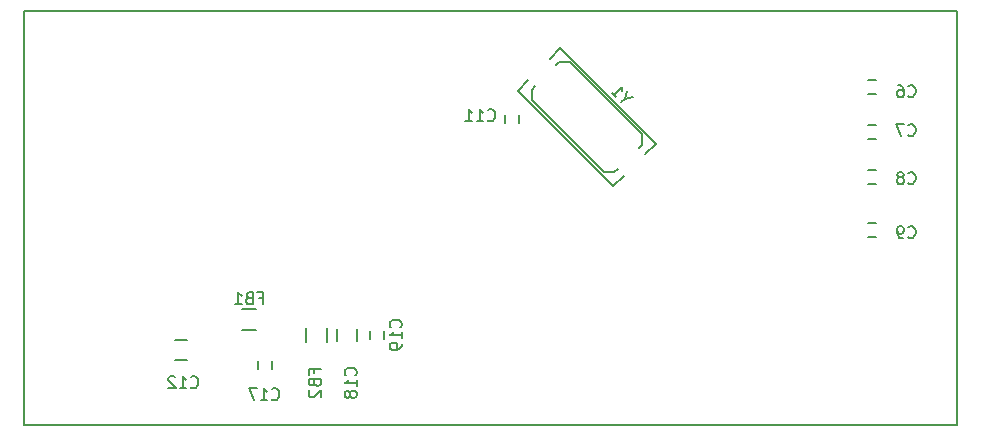
<source format=gbr>
G04 #@! TF.FileFunction,Legend,Bot*
%FSLAX46Y46*%
G04 Gerber Fmt 4.6, Leading zero omitted, Abs format (unit mm)*
G04 Created by KiCad (PCBNEW 4.0.0-rc1-stable) date 01.11.2015 14:42:16*
%MOMM*%
G01*
G04 APERTURE LIST*
%ADD10C,0.100000*%
%ADD11C,0.150000*%
G04 APERTURE END LIST*
D10*
D11*
X137420000Y-107950000D02*
X58420000Y-107950000D01*
X137420000Y-72950000D02*
X137420000Y-107950000D01*
X58420000Y-72950000D02*
X137420000Y-72950000D01*
X58420000Y-107950000D02*
X58420000Y-72950000D01*
X78070000Y-98185000D02*
X76870000Y-98185000D01*
X76870000Y-99935000D02*
X78070000Y-99935000D01*
X82310000Y-99730000D02*
X82310000Y-100930000D01*
X84060000Y-100930000D02*
X84060000Y-99730000D01*
X110714733Y-84249867D02*
X110445325Y-84519274D01*
X108379867Y-86584733D02*
X108649274Y-86315325D01*
X101375267Y-79580133D02*
X101644675Y-79310726D01*
X103710133Y-77245267D02*
X103440726Y-77514675D01*
X103799936Y-76077834D02*
X102901910Y-76975859D01*
X100207834Y-79669936D02*
X101105859Y-78771910D01*
X108290064Y-87752166D02*
X109188090Y-86854141D01*
X111882166Y-84160064D02*
X110984141Y-85058090D01*
X108379867Y-86584733D02*
X107481841Y-86584733D01*
X107481841Y-86584733D02*
X101375267Y-80478159D01*
X101375267Y-80478159D02*
X101375267Y-79580133D01*
X103710133Y-77245267D02*
X104608159Y-77245267D01*
X104608159Y-77245267D02*
X110714733Y-83351841D01*
X110714733Y-83351841D02*
X110714733Y-84249867D01*
X100207834Y-79669936D02*
X108290064Y-87752166D01*
X111882166Y-84160064D02*
X103799936Y-76077834D01*
X129825000Y-79975000D02*
X130525000Y-79975000D01*
X130525000Y-78775000D02*
X129825000Y-78775000D01*
X129825000Y-83785000D02*
X130525000Y-83785000D01*
X130525000Y-82585000D02*
X129825000Y-82585000D01*
X129825000Y-87595000D02*
X130525000Y-87595000D01*
X130525000Y-86395000D02*
X129825000Y-86395000D01*
X129825000Y-92040000D02*
X130525000Y-92040000D01*
X130525000Y-90840000D02*
X129825000Y-90840000D01*
X100295000Y-82392000D02*
X100295000Y-81692000D01*
X99095000Y-81692000D02*
X99095000Y-82392000D01*
X71160000Y-100750000D02*
X72160000Y-100750000D01*
X72160000Y-102450000D02*
X71160000Y-102450000D01*
X78220000Y-102520000D02*
X78220000Y-103220000D01*
X79420000Y-103220000D02*
X79420000Y-102520000D01*
X84875000Y-100830000D02*
X84875000Y-99830000D01*
X86575000Y-99830000D02*
X86575000Y-100830000D01*
X87665000Y-99980000D02*
X87665000Y-100680000D01*
X88865000Y-100680000D02*
X88865000Y-99980000D01*
X78303333Y-97210571D02*
X78636667Y-97210571D01*
X78636667Y-97734381D02*
X78636667Y-96734381D01*
X78160476Y-96734381D01*
X77446190Y-97210571D02*
X77303333Y-97258190D01*
X77255714Y-97305810D01*
X77208095Y-97401048D01*
X77208095Y-97543905D01*
X77255714Y-97639143D01*
X77303333Y-97686762D01*
X77398571Y-97734381D01*
X77779524Y-97734381D01*
X77779524Y-96734381D01*
X77446190Y-96734381D01*
X77350952Y-96782000D01*
X77303333Y-96829619D01*
X77255714Y-96924857D01*
X77255714Y-97020095D01*
X77303333Y-97115333D01*
X77350952Y-97162952D01*
X77446190Y-97210571D01*
X77779524Y-97210571D01*
X76255714Y-97734381D02*
X76827143Y-97734381D01*
X76541429Y-97734381D02*
X76541429Y-96734381D01*
X76636667Y-96877238D01*
X76731905Y-96972476D01*
X76827143Y-97020095D01*
X82986571Y-103560667D02*
X82986571Y-103227333D01*
X83510381Y-103227333D02*
X82510381Y-103227333D01*
X82510381Y-103703524D01*
X82986571Y-104417810D02*
X83034190Y-104560667D01*
X83081810Y-104608286D01*
X83177048Y-104655905D01*
X83319905Y-104655905D01*
X83415143Y-104608286D01*
X83462762Y-104560667D01*
X83510381Y-104465429D01*
X83510381Y-104084476D01*
X82510381Y-104084476D01*
X82510381Y-104417810D01*
X82558000Y-104513048D01*
X82605619Y-104560667D01*
X82700857Y-104608286D01*
X82796095Y-104608286D01*
X82891333Y-104560667D01*
X82938952Y-104513048D01*
X82986571Y-104417810D01*
X82986571Y-104084476D01*
X82605619Y-105036857D02*
X82558000Y-105084476D01*
X82510381Y-105179714D01*
X82510381Y-105417810D01*
X82558000Y-105513048D01*
X82605619Y-105560667D01*
X82700857Y-105608286D01*
X82796095Y-105608286D01*
X82938952Y-105560667D01*
X83510381Y-104989238D01*
X83510381Y-105608286D01*
X109319553Y-80329882D02*
X108982835Y-80666600D01*
X109925644Y-80195195D02*
X109319553Y-80329882D01*
X109454239Y-79723790D01*
X108141041Y-79824805D02*
X108545102Y-80228867D01*
X108343072Y-80026836D02*
X109050179Y-79319729D01*
X109016507Y-79488088D01*
X109016507Y-79622775D01*
X109050179Y-79723790D01*
X133262666Y-80113143D02*
X133310285Y-80160762D01*
X133453142Y-80208381D01*
X133548380Y-80208381D01*
X133691238Y-80160762D01*
X133786476Y-80065524D01*
X133834095Y-79970286D01*
X133881714Y-79779810D01*
X133881714Y-79636952D01*
X133834095Y-79446476D01*
X133786476Y-79351238D01*
X133691238Y-79256000D01*
X133548380Y-79208381D01*
X133453142Y-79208381D01*
X133310285Y-79256000D01*
X133262666Y-79303619D01*
X132405523Y-79208381D02*
X132596000Y-79208381D01*
X132691238Y-79256000D01*
X132738857Y-79303619D01*
X132834095Y-79446476D01*
X132881714Y-79636952D01*
X132881714Y-80017905D01*
X132834095Y-80113143D01*
X132786476Y-80160762D01*
X132691238Y-80208381D01*
X132500761Y-80208381D01*
X132405523Y-80160762D01*
X132357904Y-80113143D01*
X132310285Y-80017905D01*
X132310285Y-79779810D01*
X132357904Y-79684571D01*
X132405523Y-79636952D01*
X132500761Y-79589333D01*
X132691238Y-79589333D01*
X132786476Y-79636952D01*
X132834095Y-79684571D01*
X132881714Y-79779810D01*
X133262666Y-83415143D02*
X133310285Y-83462762D01*
X133453142Y-83510381D01*
X133548380Y-83510381D01*
X133691238Y-83462762D01*
X133786476Y-83367524D01*
X133834095Y-83272286D01*
X133881714Y-83081810D01*
X133881714Y-82938952D01*
X133834095Y-82748476D01*
X133786476Y-82653238D01*
X133691238Y-82558000D01*
X133548380Y-82510381D01*
X133453142Y-82510381D01*
X133310285Y-82558000D01*
X133262666Y-82605619D01*
X132929333Y-82510381D02*
X132262666Y-82510381D01*
X132691238Y-83510381D01*
X133262666Y-87479143D02*
X133310285Y-87526762D01*
X133453142Y-87574381D01*
X133548380Y-87574381D01*
X133691238Y-87526762D01*
X133786476Y-87431524D01*
X133834095Y-87336286D01*
X133881714Y-87145810D01*
X133881714Y-87002952D01*
X133834095Y-86812476D01*
X133786476Y-86717238D01*
X133691238Y-86622000D01*
X133548380Y-86574381D01*
X133453142Y-86574381D01*
X133310285Y-86622000D01*
X133262666Y-86669619D01*
X132691238Y-87002952D02*
X132786476Y-86955333D01*
X132834095Y-86907714D01*
X132881714Y-86812476D01*
X132881714Y-86764857D01*
X132834095Y-86669619D01*
X132786476Y-86622000D01*
X132691238Y-86574381D01*
X132500761Y-86574381D01*
X132405523Y-86622000D01*
X132357904Y-86669619D01*
X132310285Y-86764857D01*
X132310285Y-86812476D01*
X132357904Y-86907714D01*
X132405523Y-86955333D01*
X132500761Y-87002952D01*
X132691238Y-87002952D01*
X132786476Y-87050571D01*
X132834095Y-87098190D01*
X132881714Y-87193429D01*
X132881714Y-87383905D01*
X132834095Y-87479143D01*
X132786476Y-87526762D01*
X132691238Y-87574381D01*
X132500761Y-87574381D01*
X132405523Y-87526762D01*
X132357904Y-87479143D01*
X132310285Y-87383905D01*
X132310285Y-87193429D01*
X132357904Y-87098190D01*
X132405523Y-87050571D01*
X132500761Y-87002952D01*
X133262666Y-92051143D02*
X133310285Y-92098762D01*
X133453142Y-92146381D01*
X133548380Y-92146381D01*
X133691238Y-92098762D01*
X133786476Y-92003524D01*
X133834095Y-91908286D01*
X133881714Y-91717810D01*
X133881714Y-91574952D01*
X133834095Y-91384476D01*
X133786476Y-91289238D01*
X133691238Y-91194000D01*
X133548380Y-91146381D01*
X133453142Y-91146381D01*
X133310285Y-91194000D01*
X133262666Y-91241619D01*
X132786476Y-92146381D02*
X132596000Y-92146381D01*
X132500761Y-92098762D01*
X132453142Y-92051143D01*
X132357904Y-91908286D01*
X132310285Y-91717810D01*
X132310285Y-91336857D01*
X132357904Y-91241619D01*
X132405523Y-91194000D01*
X132500761Y-91146381D01*
X132691238Y-91146381D01*
X132786476Y-91194000D01*
X132834095Y-91241619D01*
X132881714Y-91336857D01*
X132881714Y-91574952D01*
X132834095Y-91670190D01*
X132786476Y-91717810D01*
X132691238Y-91765429D01*
X132500761Y-91765429D01*
X132405523Y-91717810D01*
X132357904Y-91670190D01*
X132310285Y-91574952D01*
X97670857Y-82145143D02*
X97718476Y-82192762D01*
X97861333Y-82240381D01*
X97956571Y-82240381D01*
X98099429Y-82192762D01*
X98194667Y-82097524D01*
X98242286Y-82002286D01*
X98289905Y-81811810D01*
X98289905Y-81668952D01*
X98242286Y-81478476D01*
X98194667Y-81383238D01*
X98099429Y-81288000D01*
X97956571Y-81240381D01*
X97861333Y-81240381D01*
X97718476Y-81288000D01*
X97670857Y-81335619D01*
X96718476Y-82240381D02*
X97289905Y-82240381D01*
X97004191Y-82240381D02*
X97004191Y-81240381D01*
X97099429Y-81383238D01*
X97194667Y-81478476D01*
X97289905Y-81526095D01*
X95766095Y-82240381D02*
X96337524Y-82240381D01*
X96051810Y-82240381D02*
X96051810Y-81240381D01*
X96147048Y-81383238D01*
X96242286Y-81478476D01*
X96337524Y-81526095D01*
X72524857Y-104751143D02*
X72572476Y-104798762D01*
X72715333Y-104846381D01*
X72810571Y-104846381D01*
X72953429Y-104798762D01*
X73048667Y-104703524D01*
X73096286Y-104608286D01*
X73143905Y-104417810D01*
X73143905Y-104274952D01*
X73096286Y-104084476D01*
X73048667Y-103989238D01*
X72953429Y-103894000D01*
X72810571Y-103846381D01*
X72715333Y-103846381D01*
X72572476Y-103894000D01*
X72524857Y-103941619D01*
X71572476Y-104846381D02*
X72143905Y-104846381D01*
X71858191Y-104846381D02*
X71858191Y-103846381D01*
X71953429Y-103989238D01*
X72048667Y-104084476D01*
X72143905Y-104132095D01*
X71191524Y-103941619D02*
X71143905Y-103894000D01*
X71048667Y-103846381D01*
X70810571Y-103846381D01*
X70715333Y-103894000D01*
X70667714Y-103941619D01*
X70620095Y-104036857D01*
X70620095Y-104132095D01*
X70667714Y-104274952D01*
X71239143Y-104846381D01*
X70620095Y-104846381D01*
X79382857Y-105767143D02*
X79430476Y-105814762D01*
X79573333Y-105862381D01*
X79668571Y-105862381D01*
X79811429Y-105814762D01*
X79906667Y-105719524D01*
X79954286Y-105624286D01*
X80001905Y-105433810D01*
X80001905Y-105290952D01*
X79954286Y-105100476D01*
X79906667Y-105005238D01*
X79811429Y-104910000D01*
X79668571Y-104862381D01*
X79573333Y-104862381D01*
X79430476Y-104910000D01*
X79382857Y-104957619D01*
X78430476Y-105862381D02*
X79001905Y-105862381D01*
X78716191Y-105862381D02*
X78716191Y-104862381D01*
X78811429Y-105005238D01*
X78906667Y-105100476D01*
X79001905Y-105148095D01*
X78097143Y-104862381D02*
X77430476Y-104862381D01*
X77859048Y-105862381D01*
X86463143Y-103751143D02*
X86510762Y-103703524D01*
X86558381Y-103560667D01*
X86558381Y-103465429D01*
X86510762Y-103322571D01*
X86415524Y-103227333D01*
X86320286Y-103179714D01*
X86129810Y-103132095D01*
X85986952Y-103132095D01*
X85796476Y-103179714D01*
X85701238Y-103227333D01*
X85606000Y-103322571D01*
X85558381Y-103465429D01*
X85558381Y-103560667D01*
X85606000Y-103703524D01*
X85653619Y-103751143D01*
X86558381Y-104703524D02*
X86558381Y-104132095D01*
X86558381Y-104417809D02*
X85558381Y-104417809D01*
X85701238Y-104322571D01*
X85796476Y-104227333D01*
X85844095Y-104132095D01*
X85986952Y-105274952D02*
X85939333Y-105179714D01*
X85891714Y-105132095D01*
X85796476Y-105084476D01*
X85748857Y-105084476D01*
X85653619Y-105132095D01*
X85606000Y-105179714D01*
X85558381Y-105274952D01*
X85558381Y-105465429D01*
X85606000Y-105560667D01*
X85653619Y-105608286D01*
X85748857Y-105655905D01*
X85796476Y-105655905D01*
X85891714Y-105608286D01*
X85939333Y-105560667D01*
X85986952Y-105465429D01*
X85986952Y-105274952D01*
X86034571Y-105179714D01*
X86082190Y-105132095D01*
X86177429Y-105084476D01*
X86367905Y-105084476D01*
X86463143Y-105132095D01*
X86510762Y-105179714D01*
X86558381Y-105274952D01*
X86558381Y-105465429D01*
X86510762Y-105560667D01*
X86463143Y-105608286D01*
X86367905Y-105655905D01*
X86177429Y-105655905D01*
X86082190Y-105608286D01*
X86034571Y-105560667D01*
X85986952Y-105465429D01*
X90273143Y-99687143D02*
X90320762Y-99639524D01*
X90368381Y-99496667D01*
X90368381Y-99401429D01*
X90320762Y-99258571D01*
X90225524Y-99163333D01*
X90130286Y-99115714D01*
X89939810Y-99068095D01*
X89796952Y-99068095D01*
X89606476Y-99115714D01*
X89511238Y-99163333D01*
X89416000Y-99258571D01*
X89368381Y-99401429D01*
X89368381Y-99496667D01*
X89416000Y-99639524D01*
X89463619Y-99687143D01*
X90368381Y-100639524D02*
X90368381Y-100068095D01*
X90368381Y-100353809D02*
X89368381Y-100353809D01*
X89511238Y-100258571D01*
X89606476Y-100163333D01*
X89654095Y-100068095D01*
X90368381Y-101115714D02*
X90368381Y-101306190D01*
X90320762Y-101401429D01*
X90273143Y-101449048D01*
X90130286Y-101544286D01*
X89939810Y-101591905D01*
X89558857Y-101591905D01*
X89463619Y-101544286D01*
X89416000Y-101496667D01*
X89368381Y-101401429D01*
X89368381Y-101210952D01*
X89416000Y-101115714D01*
X89463619Y-101068095D01*
X89558857Y-101020476D01*
X89796952Y-101020476D01*
X89892190Y-101068095D01*
X89939810Y-101115714D01*
X89987429Y-101210952D01*
X89987429Y-101401429D01*
X89939810Y-101496667D01*
X89892190Y-101544286D01*
X89796952Y-101591905D01*
M02*

</source>
